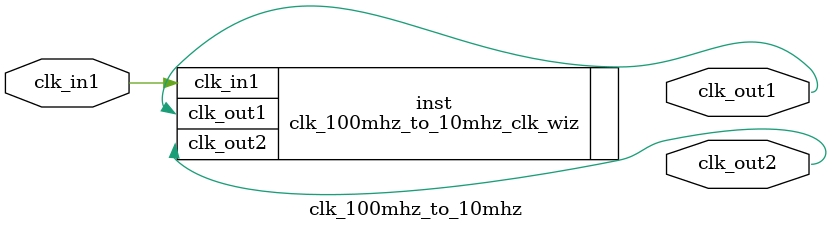
<source format=v>


`timescale 1ps/1ps

(* CORE_GENERATION_INFO = "clk_100mhz_to_10mhz,clk_wiz_v5_4_3_0,{component_name=clk_100mhz_to_10mhz,use_phase_alignment=true,use_min_o_jitter=false,use_max_i_jitter=false,use_dyn_phase_shift=false,use_inclk_switchover=false,use_dyn_reconfig=false,enable_axi=0,feedback_source=FDBK_AUTO,PRIMITIVE=PLL,num_out_clk=2,clkin1_period=10.000,clkin2_period=10.000,use_power_down=false,use_reset=false,use_locked=false,use_inclk_stopped=false,feedback_type=SINGLE,CLOCK_MGR_TYPE=NA,manual_override=false}" *)

module clk_100mhz_to_10mhz 
 (
  // Clock out ports
  output        clk_out1,
  output        clk_out2,
 // Clock in ports
  input         clk_in1
 );

  clk_100mhz_to_10mhz_clk_wiz inst
  (
  // Clock out ports  
  .clk_out1(clk_out1),
  .clk_out2(clk_out2),
 // Clock in ports
  .clk_in1(clk_in1)
  );

endmodule

</source>
